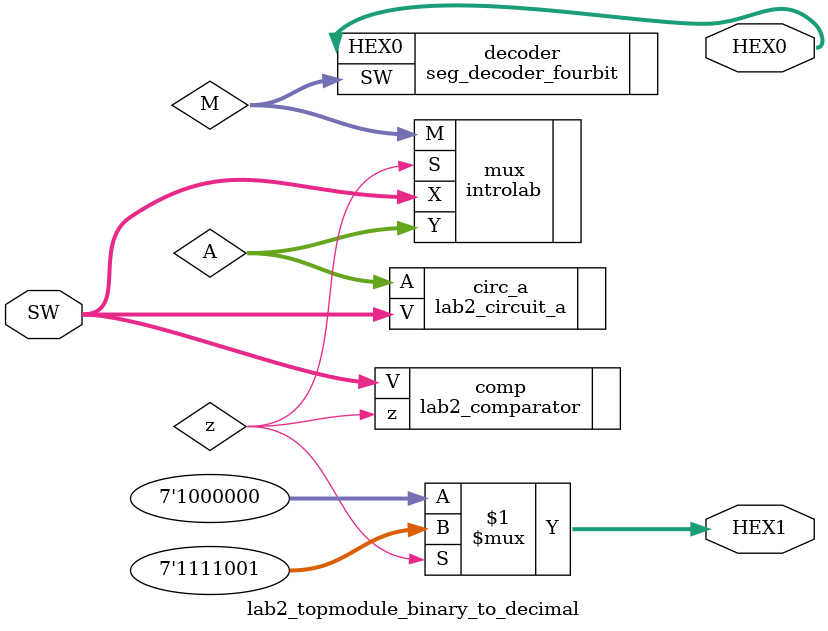
<source format=v>
module lab2_topmodule_binary_to_decimal(
    input [3:0] SW,
    output [6:0] HEX0,
    output [6:0] HEX1
);
    wire z;
    wire [3:0] A;
    wire [3:0] M;

    // Instantiate the comparator
    lab2_comparator comp(
        .V(SW),
        .z(z)
    );

    // Instantiate circuit A
    lab2_circuit_a circ_a(
        .V(SW),
        .A(A)
    );

    // Instantiate the 4-bit wide 2-to-1 multiplexer
    introlab mux(
        .X(SW),
        .Y(A),
        .S(z),
        .M(M)
    );

    // Instantiate the 4-bit binary input to 7-segment decoder
    seg_decoder_fourbit decoder(
        .SW(M),
        .HEX0(HEX0)
    );

    // Assign HEX1 to display '1' when z is 1 and '0' otherwise
    assign HEX1 = z ? 7'b1111001 : 7'b1000000; // '1' and '0' in 7-segment display
endmodule

</source>
